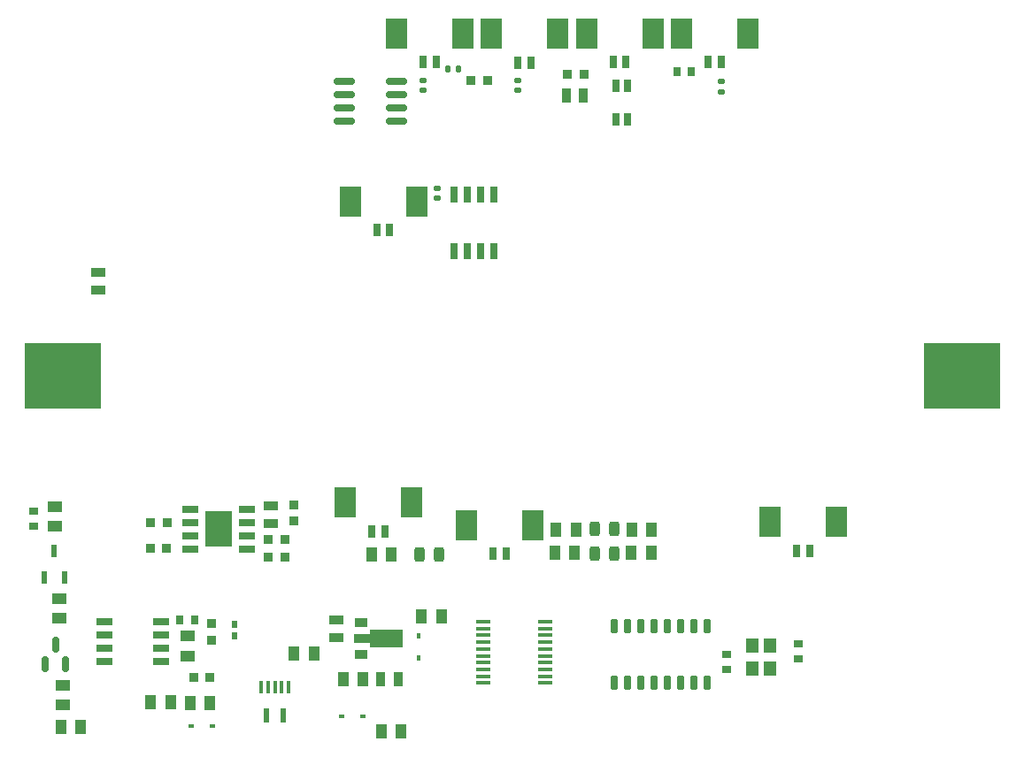
<source format=gbr>
%TF.GenerationSoftware,KiCad,Pcbnew,(6.0.2)*%
%TF.CreationDate,2022-04-08T21:48:17+02:00*%
%TF.ProjectId,main,6d61696e-2e6b-4696-9361-645f70636258,v0.02*%
%TF.SameCoordinates,Original*%
%TF.FileFunction,Paste,Top*%
%TF.FilePolarity,Positive*%
%FSLAX46Y46*%
G04 Gerber Fmt 4.6, Leading zero omitted, Abs format (unit mm)*
G04 Created by KiCad (PCBNEW (6.0.2)) date 2022-04-08 21:48:17*
%MOMM*%
%LPD*%
G01*
G04 APERTURE LIST*
G04 Aperture macros list*
%AMRoundRect*
0 Rectangle with rounded corners*
0 $1 Rounding radius*
0 $2 $3 $4 $5 $6 $7 $8 $9 X,Y pos of 4 corners*
0 Add a 4 corners polygon primitive as box body*
4,1,4,$2,$3,$4,$5,$6,$7,$8,$9,$2,$3,0*
0 Add four circle primitives for the rounded corners*
1,1,$1+$1,$2,$3*
1,1,$1+$1,$4,$5*
1,1,$1+$1,$6,$7*
1,1,$1+$1,$8,$9*
0 Add four rect primitives between the rounded corners*
20,1,$1+$1,$2,$3,$4,$5,0*
20,1,$1+$1,$4,$5,$6,$7,0*
20,1,$1+$1,$6,$7,$8,$9,0*
20,1,$1+$1,$8,$9,$2,$3,0*%
%AMFreePoly0*
4,1,9,3.862500,-0.866500,0.737500,-0.866500,0.737500,-0.450000,-0.737500,-0.450000,-0.737500,0.450000,0.737500,0.450000,0.737500,0.866500,3.862500,0.866500,3.862500,-0.866500,3.862500,-0.866500,$1*%
G04 Aperture macros list end*
%ADD10R,0.400000X1.250000*%
%ADD11R,0.600000X1.350000*%
%ADD12R,1.450000X1.000000*%
%ADD13R,1.000000X1.450000*%
%ADD14R,0.600000X0.750000*%
%ADD15R,1.470000X0.970000*%
%ADD16R,0.970000X1.470000*%
%ADD17R,0.950000X0.900000*%
%ADD18R,0.900000X0.950000*%
%ADD19R,0.730000X0.940000*%
%ADD20R,0.940000X0.730000*%
%ADD21R,0.650000X1.525000*%
%ADD22RoundRect,0.049600X0.260400X-0.605400X0.260400X0.605400X-0.260400X0.605400X-0.260400X-0.605400X0*%
%ADD23R,1.475000X0.450000*%
%ADD24R,1.200000X1.400000*%
%ADD25R,0.800000X1.200000*%
%ADD26R,0.600000X1.200000*%
%ADD27RoundRect,0.140000X0.170000X-0.140000X0.170000X0.140000X-0.170000X0.140000X-0.170000X-0.140000X0*%
%ADD28RoundRect,0.140000X0.140000X0.170000X-0.140000X0.170000X-0.140000X-0.170000X0.140000X-0.170000X0*%
%ADD29RoundRect,0.140000X-0.170000X0.140000X-0.170000X-0.140000X0.170000X-0.140000X0.170000X0.140000X0*%
%ADD30R,0.450000X0.600000*%
%ADD31R,0.600000X0.450000*%
%ADD32RoundRect,0.243750X-0.243750X-0.456250X0.243750X-0.456250X0.243750X0.456250X-0.243750X0.456250X0*%
%ADD33R,1.525000X0.700000*%
%ADD34RoundRect,0.150000X0.825000X0.150000X-0.825000X0.150000X-0.825000X-0.150000X0.825000X-0.150000X0*%
%ADD35RoundRect,0.150000X0.150000X-0.587500X0.150000X0.587500X-0.150000X0.587500X-0.150000X-0.587500X0*%
%ADD36R,1.300000X0.900000*%
%ADD37FreePoly0,0.000000*%
%ADD38R,2.513000X3.402000*%
%ADD39R,0.800000X1.300000*%
%ADD40R,2.100000X3.000000*%
%ADD41R,7.340000X6.350000*%
G04 APERTURE END LIST*
D10*
%TO.C,J5*%
X112970000Y-134425000D03*
X113620000Y-134425000D03*
X114270000Y-134425000D03*
X114920000Y-134425000D03*
X115570000Y-134425000D03*
D11*
X113470000Y-137075000D03*
X115070000Y-137075000D03*
%TD*%
D12*
%TO.C,R10*%
X93990000Y-136120000D03*
X93990000Y-134220000D03*
%TD*%
D13*
%TO.C,R5*%
X118010000Y-131170000D03*
X116110000Y-131170000D03*
%TD*%
%TO.C,R4*%
X124430000Y-138630000D03*
X126330000Y-138630000D03*
%TD*%
%TO.C,R1*%
X128280000Y-127620000D03*
X130180000Y-127620000D03*
%TD*%
%TO.C,R2*%
X95692000Y-138176000D03*
X93792000Y-138176000D03*
%TD*%
%TO.C,R3*%
X120780000Y-133630000D03*
X122680000Y-133630000D03*
%TD*%
D12*
%TO.C,R16*%
X105950000Y-129510000D03*
X105950000Y-131410000D03*
%TD*%
%TO.C,R11*%
X93220000Y-119000000D03*
X93220000Y-117100000D03*
%TD*%
%TO.C,R12*%
X93620000Y-127790000D03*
X93620000Y-125890000D03*
%TD*%
D14*
%TO.C,R15*%
X110370000Y-128360000D03*
X110370000Y-129460000D03*
%TD*%
D15*
%TO.C,C1*%
X113850000Y-117030000D03*
X113850000Y-118690000D03*
%TD*%
%TO.C,C4*%
X97340000Y-94680000D03*
X97340000Y-96340000D03*
%TD*%
D16*
%TO.C,C10*%
X143800000Y-77760000D03*
X142140000Y-77760000D03*
%TD*%
%TO.C,C3*%
X124370000Y-133600000D03*
X126030000Y-133600000D03*
%TD*%
D15*
%TO.C,C2*%
X120130000Y-129640000D03*
X120130000Y-127980000D03*
%TD*%
D17*
%TO.C,R14*%
X108180000Y-128270000D03*
X108180000Y-129870000D03*
%TD*%
D18*
%TO.C,R9*%
X115240000Y-121960000D03*
X113640000Y-121960000D03*
%TD*%
%TO.C,R8*%
X104000000Y-118620000D03*
X102400000Y-118620000D03*
%TD*%
%TO.C,R17*%
X133050000Y-76290000D03*
X134650000Y-76290000D03*
%TD*%
%TO.C,R18*%
X143820000Y-75760000D03*
X142220000Y-75760000D03*
%TD*%
%TO.C,R13*%
X115250000Y-120260000D03*
X113650000Y-120260000D03*
%TD*%
D19*
%TO.C,C6*%
X106600000Y-127920000D03*
X105180000Y-127920000D03*
%TD*%
D20*
%TO.C,C5*%
X91150000Y-119000000D03*
X91150000Y-117580000D03*
%TD*%
%TO.C,C14*%
X164360000Y-131690000D03*
X164360000Y-130270000D03*
%TD*%
%TO.C,C15*%
X157502000Y-131286000D03*
X157502000Y-132706000D03*
%TD*%
D21*
%TO.C,IC3*%
X131445000Y-87204000D03*
X132715000Y-87204000D03*
X133985000Y-87204000D03*
X135255000Y-87204000D03*
X135255000Y-92628000D03*
X133985000Y-92628000D03*
X132715000Y-92628000D03*
X131445000Y-92628000D03*
%TD*%
D22*
%TO.C,U4*%
X147985000Y-134010000D03*
X150525000Y-128510000D03*
X146715000Y-134010000D03*
X149255000Y-134010000D03*
X150525000Y-134010000D03*
X149255000Y-128510000D03*
X151795000Y-128510000D03*
X153065000Y-128510000D03*
X153065000Y-134010000D03*
X155605000Y-128510000D03*
X151795000Y-134010000D03*
X154335000Y-134010000D03*
X154335000Y-128510000D03*
X155605000Y-134010000D03*
X147985000Y-128510000D03*
X146715000Y-128510000D03*
%TD*%
D23*
%TO.C,IC4*%
X140098000Y-133989000D03*
X140098000Y-133339000D03*
X140098000Y-132689000D03*
X140098000Y-132039000D03*
X140098000Y-131389000D03*
X140098000Y-130739000D03*
X140098000Y-130089000D03*
X140098000Y-129439000D03*
X140098000Y-128789000D03*
X140098000Y-128139000D03*
X134222000Y-128139000D03*
X134222000Y-128789000D03*
X134222000Y-129439000D03*
X134222000Y-130089000D03*
X134222000Y-130739000D03*
X134222000Y-131389000D03*
X134222000Y-132039000D03*
X134222000Y-132689000D03*
X134222000Y-133339000D03*
X134222000Y-133989000D03*
%TD*%
D24*
%TO.C,Y1*%
X159954000Y-130380000D03*
X159954000Y-132580000D03*
X161654000Y-132580000D03*
X161654000Y-130380000D03*
%TD*%
D19*
%TO.C,C11*%
X152706000Y-75438000D03*
X154126000Y-75438000D03*
%TD*%
D13*
%TO.C,R19*%
X150300000Y-119340000D03*
X148400000Y-119340000D03*
%TD*%
%TO.C,R6*%
X104290000Y-135860000D03*
X102390000Y-135860000D03*
%TD*%
%TO.C,R7*%
X108070000Y-135890000D03*
X106170000Y-135890000D03*
%TD*%
%TO.C,R20*%
X148380000Y-121540000D03*
X150280000Y-121540000D03*
%TD*%
%TO.C,R21*%
X141040000Y-121550000D03*
X142940000Y-121550000D03*
%TD*%
%TO.C,R22*%
X123510000Y-121666000D03*
X125410000Y-121666000D03*
%TD*%
%TO.C,R23*%
X143080000Y-119310000D03*
X141180000Y-119310000D03*
%TD*%
D25*
%TO.C,U3*%
X146875000Y-80060000D03*
X148025000Y-80060000D03*
X148025000Y-76860000D03*
X146875000Y-76860000D03*
%TD*%
D26*
%TO.C,Q2*%
X92220000Y-123880000D03*
X94120000Y-123880000D03*
X93170000Y-121380000D03*
%TD*%
D27*
%TO.C,C7*%
X128400000Y-77280000D03*
X128400000Y-76320000D03*
%TD*%
%TO.C,C13*%
X129794000Y-86642000D03*
X129794000Y-87602000D03*
%TD*%
D28*
%TO.C,C12*%
X131798000Y-75184000D03*
X130838000Y-75184000D03*
%TD*%
D29*
%TO.C,C9*%
X137470000Y-76310000D03*
X137470000Y-77270000D03*
%TD*%
%TO.C,C8*%
X157000000Y-76420000D03*
X157000000Y-77380000D03*
%TD*%
D30*
%TO.C,D2*%
X128010000Y-129520000D03*
X128010000Y-131620000D03*
%TD*%
D31*
%TO.C,D3*%
X122720000Y-137220000D03*
X120620000Y-137220000D03*
%TD*%
%TO.C,D4*%
X108320000Y-138150000D03*
X106220000Y-138150000D03*
%TD*%
D18*
%TO.C,D5*%
X102400000Y-121140000D03*
X103900000Y-121140000D03*
%TD*%
D32*
%TO.C,D7*%
X146725000Y-121580000D03*
X144850000Y-121580000D03*
%TD*%
%TO.C,D8*%
X128094500Y-121666000D03*
X129969500Y-121666000D03*
%TD*%
%TO.C,D9*%
X144842500Y-119260000D03*
X146717500Y-119260000D03*
%TD*%
D33*
%TO.C,IC2*%
X103382000Y-131905000D03*
X103382000Y-130635000D03*
X103382000Y-129365000D03*
X103382000Y-128095000D03*
X97958000Y-128095000D03*
X97958000Y-129365000D03*
X97958000Y-130635000D03*
X97958000Y-131905000D03*
%TD*%
D34*
%TO.C,U2*%
X125865000Y-80165000D03*
X125865000Y-78895000D03*
X125865000Y-77625000D03*
X125865000Y-76355000D03*
X120915000Y-76355000D03*
X120915000Y-77625000D03*
X120915000Y-78895000D03*
X120915000Y-80165000D03*
%TD*%
D35*
%TO.C,Q1*%
X92320000Y-132227500D03*
X94220000Y-132227500D03*
X93270000Y-130352500D03*
%TD*%
D36*
%TO.C,U1*%
X122540000Y-128250000D03*
D37*
X122627500Y-129750000D03*
D36*
X122540000Y-131250000D03*
%TD*%
D18*
%TO.C,D1*%
X106550000Y-133420000D03*
X108050000Y-133420000D03*
%TD*%
D17*
%TO.C,D6*%
X116100000Y-118450000D03*
X116100000Y-116950000D03*
%TD*%
D33*
%TO.C,IC1*%
X111612000Y-121155000D03*
X111612000Y-119885000D03*
X111612000Y-118615000D03*
X111612000Y-117345000D03*
X106188000Y-117345000D03*
X106188000Y-118615000D03*
X106188000Y-119885000D03*
X106188000Y-121155000D03*
D38*
X108900000Y-119250000D03*
%TD*%
D39*
%TO.C,J9*%
X147865000Y-74549500D03*
X146615000Y-74549500D03*
D40*
X150415000Y-71799500D03*
X144065000Y-71799500D03*
%TD*%
D39*
%TO.C,J8*%
X138745000Y-74579500D03*
X137495000Y-74579500D03*
D40*
X141295000Y-71829500D03*
X134945000Y-71829500D03*
%TD*%
D39*
%TO.C,J7*%
X129685000Y-74549500D03*
X128435000Y-74549500D03*
D40*
X132235000Y-71799500D03*
X125885000Y-71799500D03*
%TD*%
%TO.C,J6*%
X153195000Y-71799500D03*
X159545000Y-71799500D03*
D39*
X155745000Y-74549500D03*
X156995000Y-74549500D03*
%TD*%
D40*
%TO.C,J11*%
X161635000Y-118599500D03*
X167985000Y-118599500D03*
D39*
X164185000Y-121349500D03*
X165435000Y-121349500D03*
%TD*%
%TO.C,J10*%
X125260000Y-90660000D03*
X124010000Y-90660000D03*
D40*
X127810000Y-87910000D03*
X121460000Y-87910000D03*
%TD*%
D39*
%TO.C,J12*%
X136375000Y-121639500D03*
X135125000Y-121639500D03*
D40*
X138925000Y-118889500D03*
X132575000Y-118889500D03*
%TD*%
D39*
%TO.C,J13*%
X124785000Y-119459500D03*
X123535000Y-119459500D03*
D40*
X127335000Y-116709500D03*
X120985000Y-116709500D03*
%TD*%
D41*
%TO.C,BT1*%
X179975000Y-104550000D03*
X93975000Y-104550000D03*
%TD*%
M02*

</source>
